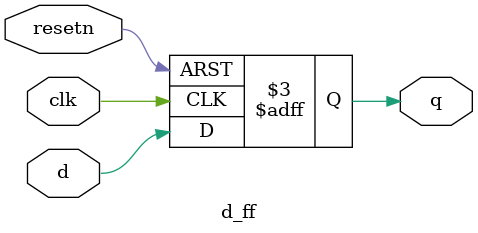
<source format=v>
module d_ff (
clk,
d,
resetn,
q);

parameter D_SIZE = 1;

input clk;
input resetn;
input [(D_SIZE-1) : 0] d;
output reg [(D_SIZE-1) : 0] q;

always@(posedge clk, negedge resetn) begin
	if(!resetn) q <= {D_SIZE{1'b0}};
	else q <= d;
end

endmodule
</source>
